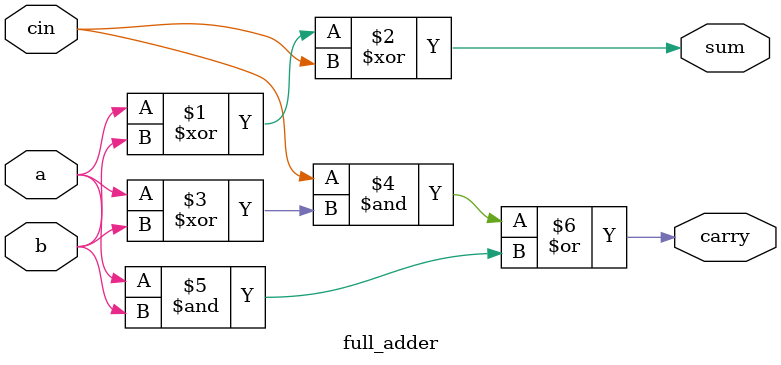
<source format=v>
`timescale 1ns / 1ps
module full_adder(
	input a,
	input b,
	input cin,
	output sum,
	output carry
    );
assign sum = a ^ b ^ cin;
assign carry = (cin & (a^b)) | (a & b);

endmodule

</source>
